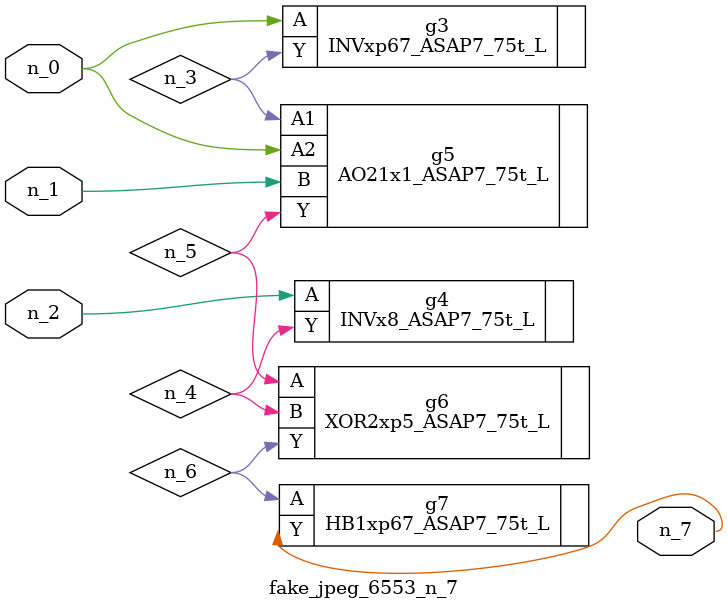
<source format=v>
module fake_jpeg_6553_n_7 (n_0, n_2, n_1, n_7);

input n_0;
input n_2;
input n_1;

output n_7;

wire n_3;
wire n_4;
wire n_6;
wire n_5;

INVxp67_ASAP7_75t_L g3 ( 
.A(n_0),
.Y(n_3)
);

INVx8_ASAP7_75t_L g4 ( 
.A(n_2),
.Y(n_4)
);

AO21x1_ASAP7_75t_L g5 ( 
.A1(n_3),
.A2(n_0),
.B(n_1),
.Y(n_5)
);

XOR2xp5_ASAP7_75t_L g6 ( 
.A(n_5),
.B(n_4),
.Y(n_6)
);

HB1xp67_ASAP7_75t_L g7 ( 
.A(n_6),
.Y(n_7)
);


endmodule
</source>
